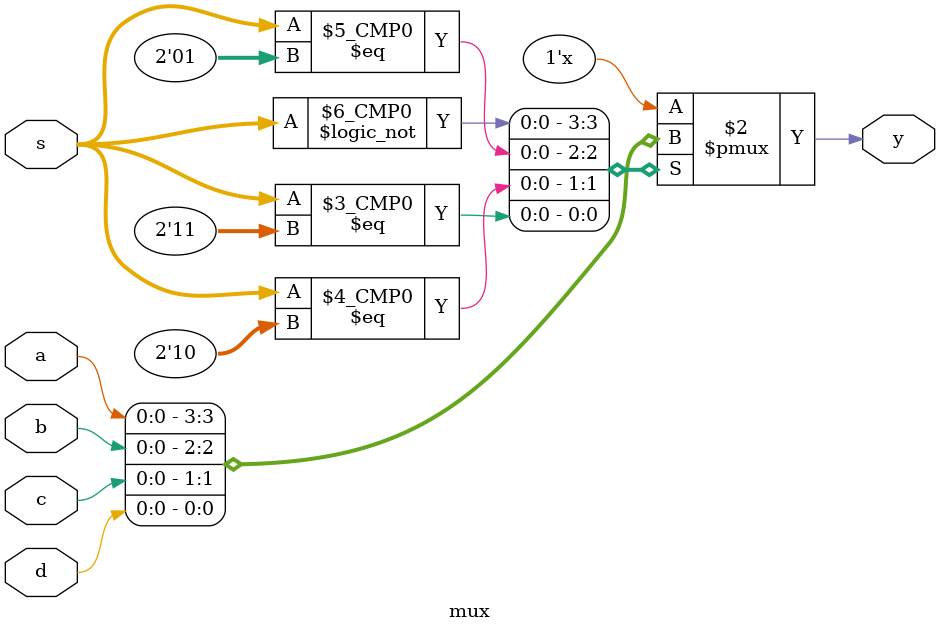
<source format=v>
module mux(a,b,c,d,s,y);
  input a,b,c,d;
  input [1:0]s;
  output y;
  reg y;
  always@(s or a or b or c or d)
  begin
  case(s)
    2'b00:y=a;
    2'b01:y=b;
    2'b10:y=c;
    2'b11:y=d;
  endcase
  end
endmodule    



</source>
